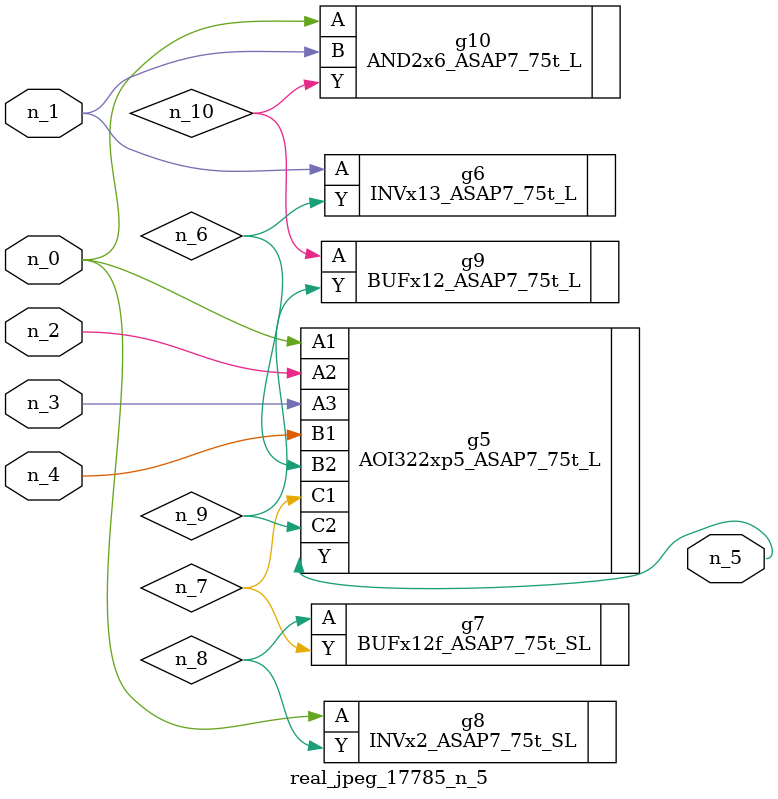
<source format=v>
module real_jpeg_17785_n_5 (n_4, n_0, n_1, n_2, n_3, n_5);

input n_4;
input n_0;
input n_1;
input n_2;
input n_3;

output n_5;

wire n_8;
wire n_6;
wire n_7;
wire n_10;
wire n_9;

AOI322xp5_ASAP7_75t_L g5 ( 
.A1(n_0),
.A2(n_2),
.A3(n_3),
.B1(n_4),
.B2(n_6),
.C1(n_7),
.C2(n_9),
.Y(n_5)
);

INVx2_ASAP7_75t_SL g8 ( 
.A(n_0),
.Y(n_8)
);

AND2x6_ASAP7_75t_L g10 ( 
.A(n_0),
.B(n_1),
.Y(n_10)
);

INVx13_ASAP7_75t_L g6 ( 
.A(n_1),
.Y(n_6)
);

BUFx12f_ASAP7_75t_SL g7 ( 
.A(n_8),
.Y(n_7)
);

BUFx12_ASAP7_75t_L g9 ( 
.A(n_10),
.Y(n_9)
);


endmodule
</source>
